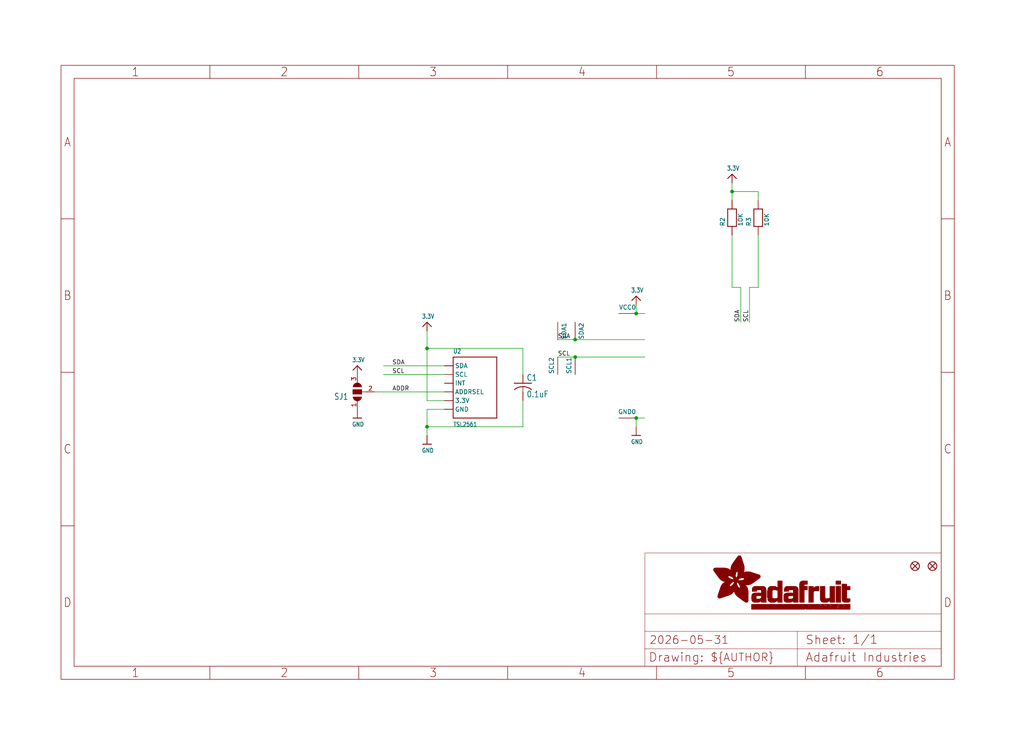
<source format=kicad_sch>
(kicad_sch (version 20230121) (generator eeschema)
  (paper "User" 298.45 217.322)
  (lib_symbols
    (symbol "working-eagle-import:3.3V" (power)
      (property "Value" "3.3V" (at -1.524 1.016 0))
      (symbol "3.3V_1_0"
        (pin power_in line (at 0 -2.54 90) (length 2.54) (name "3.3V") (number "1"))
      )
    )
    (symbol "working-eagle-import:C-USC0805K"
      (property "Reference" "C" (at 1.016 0.635 0))
      (symbol "C-USC0805K_1_0"
        (pin passive line (at 0 2.54 270) (length 2.54) (name "1") (number "1"))
        (pin passive line (at 0 -5.08 90) (length 2.54) (name "2") (number "2"))
      )
    )
    (symbol "working-eagle-import:FIDUCIAL{dblquote}{dblquote}")
    (symbol "working-eagle-import:FRAME_A4_ADAFRUIT"
      (symbol "FRAME_A4_ADAFRUIT_1_0"
        (text "${#}/${##}" (at 230.505 10.16 0) (effects (font (size 2.54 2.54)) (justify left bottom)))
        (text "${AUTHOR}" (at 189.23 5.08 0) (effects (font (size 2.286 2.286)) (justify left bottom)))
        (text "${CURRENT_DATE}" (at 171.45 10.16 0) (effects (font (size 2.286 2.286)) (justify left bottom)))
        (text "${PROJECTNAME}" (at 171.45 15.24 0) (effects (font (size 2.54 2.54)) (justify left bottom)))
        (text "1" (at 21.6958 1.905 0) (effects (font (size 2.54 2.286))))
        (text "1" (at 21.6958 177.165 0) (effects (font (size 2.54 2.286))))
        (text "2" (at 65.0875 1.905 0) (effects (font (size 2.54 2.286))))
        (text "2" (at 65.0875 177.165 0) (effects (font (size 2.54 2.286))))
        (text "3" (at 108.4792 1.905 0) (effects (font (size 2.54 2.286))))
        (text "3" (at 108.4792 177.165 0) (effects (font (size 2.54 2.286))))
        (text "4" (at 151.8708 1.905 0) (effects (font (size 2.54 2.286))))
        (text "4" (at 151.8708 177.165 0) (effects (font (size 2.54 2.286))))
        (text "5" (at 195.2625 1.905 0) (effects (font (size 2.54 2.286))))
        (text "5" (at 195.2625 177.165 0) (effects (font (size 2.54 2.286))))
        (text "6" (at 238.6542 1.905 0) (effects (font (size 2.54 2.286))))
        (text "6" (at 238.6542 177.165 0) (effects (font (size 2.54 2.286))))
        (text "A" (at 1.905 156.6863 0) (effects (font (size 2.54 2.286))))
        (text "A" (at 258.445 156.6863 0) (effects (font (size 2.54 2.286))))
        (text "Adafruit Industries" (at 216.916 4.953 0) (effects (font (size 2.54 2.54)) (justify left bottom)))
        (text "B" (at 1.905 111.9188 0) (effects (font (size 2.54 2.286))))
        (text "B" (at 258.445 111.9188 0) (effects (font (size 2.54 2.286))))
        (text "C" (at 1.905 67.1513 0) (effects (font (size 2.54 2.286))))
        (text "C" (at 258.445 67.1513 0) (effects (font (size 2.54 2.286))))
        (text "D" (at 1.905 22.3838 0) (effects (font (size 2.54 2.286))))
        (text "D" (at 258.445 22.3838 0) (effects (font (size 2.54 2.286))))
        (text "Drawing:" (at 171.196 4.953 0) (effects (font (size 2.54 2.54)) (justify left bottom)))
        (text "Sheet:" (at 216.916 10.033 0) (effects (font (size 2.54 2.54)) (justify left bottom)))
      )
    )
    (symbol "working-eagle-import:GND" (power)
      (property "Value" "GND" (at -1.524 -2.54 0))
      (symbol "GND_1_0"
        (pin power_in line (at 0 2.54 270) (length 2.54) (name "GND") (number "1"))
      )
    )
    (symbol "working-eagle-import:RESISTOR_0805"
      (property "Reference" "R" (at -2.54 2.032 0))
      (symbol "RESISTOR_0805_1_0"
        (pin passive line (at -5.08 0 0) (length 2.54) (name "1") (number "1"))
        (pin passive line (at 5.08 0 180) (length 2.54) (name "2") (number "2"))
      )
    )
    (symbol "working-eagle-import:SEWTAP0.5IN"
      (property "Reference" "TP" (at 0 2.54 0))
      (symbol "SEWTAP0.5IN_1_0"
        (pin bidirectional line (at 0 0 180) (length 5.08) (name "SEW") (number "TAP"))
      )
    )
    (symbol "working-eagle-import:SJ2W"
      (property "Reference" "SJ" (at 2.54 0.381 0))
      (symbol "SJ2W_1_0"
        (pin passive line (at 0 5.08 270) (length 2.54) (name "1") (number "1"))
        (pin passive line (at -5.08 0 0) (length 2.54) (name "2") (number "2"))
        (pin passive line (at 0 -5.08 90) (length 2.54) (name "3") (number "3"))
      )
    )
    (symbol "working-eagle-import:TSL2561"
      (property "Reference" "U" (at -7.62 8.636 0))
      (symbol "TSL2561_1_0"
        (pin bidirectional line (at -10.16 -2.54 0) (length 2.54) (name "ADDRSEL") (number "ADR"))
        (pin bidirectional line (at -10.16 2.54 0) (length 2.54) (name "SCL") (number "CLK"))
        (pin bidirectional line (at -10.16 5.08 0) (length 2.54) (name "SDA") (number "DATA"))
        (pin bidirectional line (at -10.16 0 0) (length 2.54) (name "INT") (number "INT"))
        (pin bidirectional line (at -10.16 -5.08 0) (length 2.54) (name "3.3V") (number "VDD"))
        (pin bidirectional line (at -10.16 -7.62 0) (length 2.54) (name "GND") (number "VSS"))
      )
    )
  )
  (junction (at 213.36 55.88))
  (junction (at 124.46 101.6))
  (junction (at 124.46 124.46))
  (junction (at 185.42 121.92))
  (junction (at 167.64 99.06))
  (junction (at 185.42 91.44))
  (junction (at 167.64 104.14))
  (wire (pts (xy 167.64 99.06) (xy 162.56 99.06)) (stroke (width 0.1524)))
  (wire (pts (xy 111.76 109.22) (xy 129.54 109.22)) (stroke (width 0.1524)))
  (wire (pts (xy 124.46 101.6) (xy 124.46 96.52)) (stroke (width 0.1524)))
  (wire (pts (xy 218.44 83.82) (xy 218.44 93.98)) (stroke (width 0.1524)))
  (wire (pts (xy 213.36 58.42) (xy 213.36 55.88)) (stroke (width 0.1524)))
  (wire (pts (xy 124.46 124.46) (xy 124.46 119.38)) (stroke (width 0.1524)))
  (wire (pts (xy 187.96 104.14) (xy 167.64 104.14)) (stroke (width 0.1524)))
  (wire (pts (xy 129.54 114.3) (xy 109.22 114.3)) (stroke (width 0.1524)))
  (wire (pts (xy 187.96 121.92) (xy 185.42 121.92)) (stroke (width 0.1524)))
  (wire (pts (xy 124.46 124.46) (xy 152.4 124.46)) (stroke (width 0.1524)))
  (wire (pts (xy 152.4 101.6) (xy 124.46 101.6)) (stroke (width 0.1524)))
  (wire (pts (xy 185.42 91.44) (xy 185.42 88.9)) (stroke (width 0.1524)))
  (wire (pts (xy 187.96 99.06) (xy 167.64 99.06)) (stroke (width 0.1524)))
  (wire (pts (xy 187.96 91.44) (xy 185.42 91.44)) (stroke (width 0.1524)))
  (wire (pts (xy 167.64 104.14) (xy 162.56 104.14)) (stroke (width 0.1524)))
  (wire (pts (xy 129.54 116.84) (xy 124.46 116.84)) (stroke (width 0.1524)))
  (wire (pts (xy 215.9 83.82) (xy 215.9 93.98)) (stroke (width 0.1524)))
  (wire (pts (xy 152.4 109.22) (xy 152.4 101.6)) (stroke (width 0.1524)))
  (wire (pts (xy 152.4 124.46) (xy 152.4 116.84)) (stroke (width 0.1524)))
  (wire (pts (xy 124.46 119.38) (xy 129.54 119.38)) (stroke (width 0.1524)))
  (wire (pts (xy 213.36 55.88) (xy 213.36 53.34)) (stroke (width 0.1524)))
  (wire (pts (xy 220.98 55.88) (xy 213.36 55.88)) (stroke (width 0.1524)))
  (wire (pts (xy 213.36 83.82) (xy 215.9 83.82)) (stroke (width 0.1524)))
  (wire (pts (xy 218.44 83.82) (xy 220.98 83.82)) (stroke (width 0.1524)))
  (wire (pts (xy 185.42 121.92) (xy 185.42 124.46)) (stroke (width 0.1524)))
  (wire (pts (xy 220.98 58.42) (xy 220.98 55.88)) (stroke (width 0.1524)))
  (wire (pts (xy 111.76 106.68) (xy 129.54 106.68)) (stroke (width 0.1524)))
  (wire (pts (xy 124.46 116.84) (xy 124.46 101.6)) (stroke (width 0.1524)))
  (wire (pts (xy 213.36 68.58) (xy 213.36 83.82)) (stroke (width 0.1524)))
  (wire (pts (xy 124.46 127) (xy 124.46 124.46)) (stroke (width 0.1524)))
  (wire (pts (xy 220.98 68.58) (xy 220.98 83.82)) (stroke (width 0.1524)))
  (label "SDA" (at 215.9 93.98 90) (effects (font (size 1.2446 1.2446))))
  (label "SDA" (at 162.56 99.06 0) (effects (font (size 1.2446 1.2446))))
  (label "SCL" (at 162.56 104.14 0) (effects (font (size 1.2446 1.2446))))
  (label "SCL" (at 218.44 93.98 90) (effects (font (size 1.2446 1.2446))))
  (label "SCL" (at 114.3 109.22 0) (effects (font (size 1.2446 1.2446))))
  (label "ADDR" (at 114.3 114.3 0) (effects (font (size 1.2446 1.2446))))
  (label "SDA" (at 114.3 106.68 0) (effects (font (size 1.2446 1.2446))))
  (symbol (lib_id "working-eagle-import:TSL2561") (at 139.7 111.76 0) (unit 1)
    (property "Reference" "U2" (at 132.08 103.124 0) (effects (font (size 1.27 1.0795)) (justify left bottom)))
    (property "Value" "TSL2561" (at 132.08 124.46 0) (effects (font (size 1.27 1.0795)) (justify left bottom)))
    (property "Footprint" "working:TSL2561_FN" (effects hide))
  )
  (symbol (lib_id "working-eagle-import:GND") (at 185.42 127 0) (unit 1)
    (property "Reference" "#U$10" (effects hide))
    (property "Value" "GND" (at 183.896 129.54 0) (effects (font (size 1.27 1.0795)) (justify left bottom)))
  )
  (symbol (lib_id "working-eagle-import:SEWTAP0.5IN") (at 162.56 104.14 90) (unit 1)
    (property "Reference" "SCL2" (at 160.02 104.14 0) (effects (justify right top)))
    (property "Value" "SEWTAP0.5IN" (effects hide))
    (property "Footprint" "working:SEWINGTAP_0.5" (effects hide))
  )
  (symbol (lib_id "working-eagle-import:FIDUCIAL{dblquote}{dblquote}") (at 271.78 165.1 0) (unit 1)
    (property "Reference" "FID1" (effects hide))
    (property "Value" "FIDUCIAL{dblquote}{dblquote}" (effects hide))
    (property "Footprint" "working:FIDUCIAL_1MM" (effects hide))
  )
  (symbol (lib_id "working-eagle-import:SEWTAP0.5IN") (at 185.42 121.92 0) (unit 1)
    (property "Reference" "GND0" (at 185.42 119.38 0) (effects (justify right top)))
    (property "Value" "SEWTAP0.5IN" (effects hide))
    (property "Footprint" "working:SEWINGTAP_0.5" (effects hide))
  )
  (symbol (lib_id "working-eagle-import:GND") (at 104.14 121.92 0) (unit 1)
    (property "Reference" "#U$7" (effects hide))
    (property "Value" "GND" (at 102.616 124.46 0) (effects (font (size 1.27 1.0795)) (justify left bottom)))
  )
  (symbol (lib_id "working-eagle-import:3.3V") (at 213.36 50.8 0) (unit 1)
    (property "Reference" "#U$11" (effects hide))
    (property "Value" "3.3V" (at 211.836 49.784 0) (effects (font (size 1.27 1.0795)) (justify left bottom)))
  )
  (symbol (lib_id "working-eagle-import:GND") (at 124.46 129.54 0) (unit 1)
    (property "Reference" "#U$12" (effects hide))
    (property "Value" "GND" (at 122.936 132.08 0) (effects (font (size 1.27 1.0795)) (justify left bottom)))
  )
  (symbol (lib_id "working-eagle-import:3.3V") (at 185.42 86.36 0) (unit 1)
    (property "Reference" "#U$5" (effects hide))
    (property "Value" "3.3V" (at 183.896 85.344 0) (effects (font (size 1.27 1.0795)) (justify left bottom)))
  )
  (symbol (lib_id "working-eagle-import:RESISTOR_0805") (at 213.36 63.5 90) (unit 1)
    (property "Reference" "R2" (at 211.328 66.04 0) (effects (justify left bottom)))
    (property "Value" "10K" (at 216.535 66.04 0) (effects (justify left bottom)))
    (property "Footprint" "working:_0805" (effects hide))
  )
  (symbol (lib_id "working-eagle-import:SJ2W") (at 104.14 114.3 180) (unit 1)
    (property "Reference" "SJ1" (at 101.6 114.681 0) (effects (font (size 1.778 1.5113)) (justify left bottom)))
    (property "Value" "SJ2W" (effects hide))
    (property "Footprint" "working:SJ_2" (effects hide))
  )
  (symbol (lib_id "working-eagle-import:C-USC0805K") (at 152.4 111.76 0) (unit 1)
    (property "Reference" "C1" (at 153.416 111.125 0) (effects (font (size 1.778 1.5113)) (justify left bottom)))
    (property "Value" "0.1uF" (at 153.416 115.951 0) (effects (font (size 1.778 1.5113)) (justify left bottom)))
    (property "Footprint" "working:C0805K" (effects hide))
  )
  (symbol (lib_id "working-eagle-import:SEWTAP0.5IN") (at 162.56 99.06 270) (unit 1)
    (property "Reference" "SDA1" (at 165.1 99.06 0) (effects (justify right top)))
    (property "Value" "SEWTAP0.5IN" (effects hide))
    (property "Footprint" "working:SEWINGTAP_0.5" (effects hide))
  )
  (symbol (lib_id "working-eagle-import:SEWTAP0.5IN") (at 185.42 91.44 0) (unit 1)
    (property "Reference" "VCC0" (at 185.42 88.9 0) (effects (justify right top)))
    (property "Value" "SEWTAP0.5IN" (effects hide))
    (property "Footprint" "working:SEWINGTAP_0.5" (effects hide))
  )
  (symbol (lib_id "working-eagle-import:FRAME_A4_ADAFRUIT") (at 17.78 198.12 0) (unit 1)
    (property "Reference" "#U$1" (effects hide))
    (property "Value" "FRAME_A4_ADAFRUIT" (effects hide))
  )
  (symbol (lib_id "working-eagle-import:SEWTAP0.5IN") (at 167.64 104.14 90) (unit 1)
    (property "Reference" "SCL1" (at 165.1 104.14 0) (effects (justify right top)))
    (property "Value" "SEWTAP0.5IN" (effects hide))
    (property "Footprint" "working:SEWINGTAP_0.5" (effects hide))
  )
  (symbol (lib_id "working-eagle-import:3.3V") (at 124.46 93.98 0) (unit 1)
    (property "Reference" "#U$2" (effects hide))
    (property "Value" "3.3V" (at 122.936 92.964 0) (effects (font (size 1.27 1.0795)) (justify left bottom)))
  )
  (symbol (lib_id "working-eagle-import:3.3V") (at 104.14 106.68 0) (unit 1)
    (property "Reference" "#U$6" (effects hide))
    (property "Value" "3.3V" (at 102.616 105.664 0) (effects (font (size 1.27 1.0795)) (justify left bottom)))
  )
  (symbol (lib_id "working-eagle-import:RESISTOR_0805") (at 220.98 63.5 90) (unit 1)
    (property "Reference" "R3" (at 218.948 66.04 0) (effects (justify left bottom)))
    (property "Value" "10K" (at 224.155 66.04 0) (effects (justify left bottom)))
    (property "Footprint" "working:_0805" (effects hide))
  )
  (symbol (lib_id "working-eagle-import:FIDUCIAL{dblquote}{dblquote}") (at 266.7 165.1 0) (unit 1)
    (property "Reference" "FID2" (effects hide))
    (property "Value" "FIDUCIAL{dblquote}{dblquote}" (effects hide))
    (property "Footprint" "working:FIDUCIAL_1MM" (effects hide))
  )
  (symbol (lib_id "working-eagle-import:SEWTAP0.5IN") (at 167.64 99.06 270) (unit 1)
    (property "Reference" "SDA2" (at 170.18 99.06 0) (effects (justify right top)))
    (property "Value" "SEWTAP0.5IN" (effects hide))
    (property "Footprint" "working:SEWINGTAP_0.5" (effects hide))
  )
)
</source>
